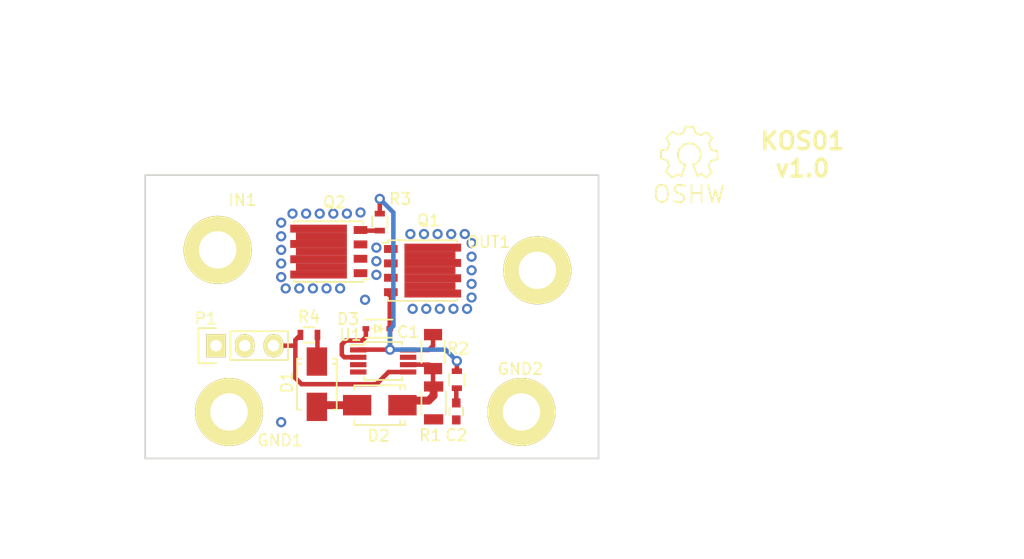
<source format=kicad_pcb>

(kicad_pcb
  (version 4)
  (host pcbnew 4.0.4-stable)
  (general
    (links 78)
    (no_connects 1)
    (area 113.716667 73.225 203.633335 122.925)
    (thickness 1.6)
    (drawings 9)
    (tracks 59)
    (zones 0)
    (modules 54)
    (nets 12))
  (page A4)
  (title_block
    (title "20A Ideal Diode LTC4359 5V-60V")
    (date 2017-02-25)
    (rev 1.0))
  (layers
    (0 F.Cu signal)
    (31 B.Cu signal hide)
    (33 F.Adhes user)
    (35 F.Paste user)
    (37 F.SilkS user)
    (38 B.Mask user)
    (39 F.Mask user)
    (40 Dwgs.User user)
    (41 Cmts.User user)
    (44 Edge.Cuts user)
    (45 Margin user)
    (47 F.CrtYd user)
    (49 F.Fab user))
  (setup
    (last_trace_width 0.4)
    (user_trace_width 0.4)
    (user_trace_width 0.7)
    (user_trace_width 1)
    (user_trace_width 1.5)
    (user_trace_width 2)
    (user_trace_width 4)
    (user_trace_width 10)
    (trace_clearance 0.2)
    (zone_clearance 0.7)
    (zone_45_only yes)
    (trace_min 0.4)
    (segment_width 0.2)
    (edge_width 0.15)
    (via_size 0.9)
    (via_drill 0.5)
    (via_min_size 0.9)
    (via_min_drill 0.5)
    (user_via 0.9 0.5)
    (uvia_size 0.3)
    (uvia_drill 0.1)
    (uvias_allowed no)
    (uvia_min_size 0.2)
    (uvia_min_drill 0.1)
    (pcb_text_width 0.3)
    (pcb_text_size 1.5 1.5)
    (mod_edge_width 0.15)
    (mod_text_size 1 1)
    (mod_text_width 0.15)
    (pad_size 0.59 0.45)
    (pad_drill 0)
    (pad_to_mask_clearance 0.1)
    (solder_mask_min_width 0.1)
    (aux_axis_origin 126 113.8)
    (grid_origin 126 113.8)
    (visible_elements 7FFFFFFF)
    (pcbplotparams
      (layerselection 0x010e8_80000001)
      (usegerberextensions true)
      (excludeedgelayer false)
      (linewidth 0.1)
      (plotframeref false)
      (viasonmask false)
      (mode 1)
      (useauxorigin true)
      (hpglpennumber 1)
      (hpglpenspeed 20)
      (hpglpendiameter 15)
      (hpglpenoverlay 2)
      (psnegative false)
      (psa4output false)
      (plotreference true)
      (plotvalue false)
      (plotinvisibletext false)
      (padsonsilk false)
      (subtractmaskfromsilk false)
      (outputformat 1)
      (mirror false)
      (drillshape 0)
      (scaleselection 1)
      (outputdirectory gerbers/)))
  (net 0 "")
  (net 1 /GATE)
  (net 2 /OUT)
  (net 3 "Net-(D1-Pad2)")
  (net 4 GND)
  (net 5 /VSS)
  (net 6 /IN)
  (net 7 "Net-(C2-Pad1)")
  (net 8 /SOURCE)
  (net 9 "Net-(Q2-Pad4)")
  (net 10 /~SHDN)
  (net 11 "Net-(P1-Pad1)")
  (net_class Default "This is the default net class."
    (clearance 0.2)
    (trace_width 0.4)
    (via_dia 0.9)
    (via_drill 0.5)
    (uvia_dia 0.3)
    (uvia_drill 0.1)
    (add_net /GATE)
    (add_net /IN)
    (add_net /OUT)
    (add_net /SOURCE)
    (add_net /VSS)
    (add_net /~SHDN)
    (add_net GND)
    (add_net "Net-(C2-Pad1)")
    (add_net "Net-(D1-Pad2)")
    (add_net "Net-(P1-Pad1)")
    (add_net "Net-(Q2-Pad4)"))
  (module _kb_footprint:via_0-9_0-5mm
    (layer F.Cu)
    (tedit 58B760F7)
    (tstamp 58B76B17)
    (at 145.4 99.8)
    (fp_text reference ""
      (at 0 0.5)
      (layer F.SilkS) hide
      (effects
        (font
          (size 1 1)
          (thickness 0.15))))
    (fp_text value ""
      (at 0 -0.5)
      (layer F.Fab) hide
      (effects
        (font
          (size 1 1)
          (thickness 0.15))))
    (pad 1 thru_hole circle
      (at 0 0)
      (size 0.9 0.9)
      (drill 0.5)
      (layers *.Cu)))
  (module _kb_footprint:via_0-9_0-5mm
    (layer F.Cu)
    (tedit 58B760F7)
    (tstamp 58B76B13)
    (at 146.4 97.6)
    (fp_text reference ""
      (at 0 0.5)
      (layer F.SilkS) hide
      (effects
        (font
          (size 1 1)
          (thickness 0.15))))
    (fp_text value ""
      (at 0 -0.5)
      (layer F.Fab) hide
      (effects
        (font
          (size 1 1)
          (thickness 0.15))))
    (pad 1 thru_hole circle
      (at 0 0)
      (size 0.9 0.9)
      (drill 0.5)
      (layers *.Cu)))
  (module _kb_footprint:via_0-9_0-5mm
    (layer F.Cu)
    (tedit 58B760F7)
    (tstamp 58B76B0F)
    (at 146.4 96.4)
    (fp_text reference ""
      (at 0 0.5)
      (layer F.SilkS) hide
      (effects
        (font
          (size 1 1)
          (thickness 0.15))))
    (fp_text value ""
      (at 0 -0.5)
      (layer F.Fab) hide
      (effects
        (font
          (size 1 1)
          (thickness 0.15))))
    (pad 1 thru_hole circle
      (at 0 0)
      (size 0.9 0.9)
      (drill 0.5)
      (layers *.Cu)))
  (module _kb_footprint:via_0-9_0-5mm
    (layer F.Cu)
    (tedit 58B760F7)
    (tstamp 58B7695E)
    (at 138.4 98.8)
    (fp_text reference ""
      (at 0 0.5)
      (layer F.SilkS) hide
      (effects
        (font
          (size 1 1)
          (thickness 0.15))))
    (fp_text value ""
      (at 0 -0.5)
      (layer F.Fab) hide
      (effects
        (font
          (size 1 1)
          (thickness 0.15))))
    (pad 1 thru_hole circle
      (at 0 0)
      (size 0.9 0.9)
      (drill 0.5)
      (layers *.Cu)))
  (module _kb_footprint:via_0-9_0-5mm
    (layer F.Cu)
    (tedit 58B760F7)
    (tstamp 58B7695A)
    (at 139.6 98.8)
    (fp_text reference ""
      (at 0 0.5)
      (layer F.SilkS) hide
      (effects
        (font
          (size 1 1)
          (thickness 0.15))))
    (fp_text value ""
      (at 0 -0.5)
      (layer F.Fab) hide
      (effects
        (font
          (size 1 1)
          (thickness 0.15))))
    (pad 1 thru_hole circle
      (at 0 0)
      (size 0.9 0.9)
      (drill 0.5)
      (layers *.Cu)))
  (module _kb_footprint:via_0-9_0-5mm
    (layer F.Cu)
    (tedit 58B760F7)
    (tstamp 58B76956)
    (at 140.8 98.8)
    (fp_text reference ""
      (at 0 0.5)
      (layer F.SilkS) hide
      (effects
        (font
          (size 1 1)
          (thickness 0.15))))
    (fp_text value ""
      (at 0 -0.5)
      (layer F.Fab) hide
      (effects
        (font
          (size 1 1)
          (thickness 0.15))))
    (pad 1 thru_hole circle
      (at 0 0)
      (size 0.9 0.9)
      (drill 0.5)
      (layers *.Cu)))
  (module _kb_footprint:via_0-9_0-5mm
    (layer F.Cu)
    (tedit 58B760F7)
    (tstamp 58B76952)
    (at 142 98.8)
    (fp_text reference ""
      (at 0 0.5)
      (layer F.SilkS) hide
      (effects
        (font
          (size 1 1)
          (thickness 0.15))))
    (fp_text value ""
      (at 0 -0.5)
      (layer F.Fab) hide
      (effects
        (font
          (size 1 1)
          (thickness 0.15))))
    (pad 1 thru_hole circle
      (at 0 0)
      (size 0.9 0.9)
      (drill 0.5)
      (layers *.Cu)))
  (module _kb_footprint:via_0-9_0-5mm
    (layer F.Cu)
    (tedit 58B760F7)
    (tstamp 58B7694E)
    (at 143.2 98.8)
    (fp_text reference ""
      (at 0 0.5)
      (layer F.SilkS) hide
      (effects
        (font
          (size 1 1)
          (thickness 0.15))))
    (fp_text value ""
      (at 0 -0.5)
      (layer F.Fab) hide
      (effects
        (font
          (size 1 1)
          (thickness 0.15))))
    (pad 1 thru_hole circle
      (at 0 0)
      (size 0.9 0.9)
      (drill 0.5)
      (layers *.Cu)))
  (module _kb_footprint:via_0-9_0-5mm
    (layer F.Cu)
    (tedit 58B760F7)
    (tstamp 58B7694A)
    (at 138 97.8)
    (fp_text reference ""
      (at 0 0.5)
      (layer F.SilkS) hide
      (effects
        (font
          (size 1 1)
          (thickness 0.15))))
    (fp_text value ""
      (at 0 -0.5)
      (layer F.Fab) hide
      (effects
        (font
          (size 1 1)
          (thickness 0.15))))
    (pad 1 thru_hole circle
      (at 0 0)
      (size 0.9 0.9)
      (drill 0.5)
      (layers *.Cu)))
  (module _kb_footprint:via_0-9_0-5mm
    (layer F.Cu)
    (tedit 58B760F7)
    (tstamp 58B76946)
    (at 138 96.6)
    (fp_text reference ""
      (at 0 0.5)
      (layer F.SilkS) hide
      (effects
        (font
          (size 1 1)
          (thickness 0.15))))
    (fp_text value ""
      (at 0 -0.5)
      (layer F.Fab) hide
      (effects
        (font
          (size 1 1)
          (thickness 0.15))))
    (pad 1 thru_hole circle
      (at 0 0)
      (size 0.9 0.9)
      (drill 0.5)
      (layers *.Cu)))
  (module _kb_footprint:via_0-9_0-5mm
    (layer F.Cu)
    (tedit 58B760F7)
    (tstamp 58B76942)
    (at 138 95.4)
    (fp_text reference ""
      (at 0 0.5)
      (layer F.SilkS) hide
      (effects
        (font
          (size 1 1)
          (thickness 0.15))))
    (fp_text value ""
      (at 0 -0.5)
      (layer F.Fab) hide
      (effects
        (font
          (size 1 1)
          (thickness 0.15))))
    (pad 1 thru_hole circle
      (at 0 0)
      (size 0.9 0.9)
      (drill 0.5)
      (layers *.Cu)))
  (module _kb_footprint:via_0-9_0-5mm
    (layer F.Cu)
    (tedit 58B760F7)
    (tstamp 58B7693E)
    (at 138 94.2)
    (fp_text reference ""
      (at 0 0.5)
      (layer F.SilkS) hide
      (effects
        (font
          (size 1 1)
          (thickness 0.15))))
    (fp_text value ""
      (at 0 -0.5)
      (layer F.Fab) hide
      (effects
        (font
          (size 1 1)
          (thickness 0.15))))
    (pad 1 thru_hole circle
      (at 0 0)
      (size 0.9 0.9)
      (drill 0.5)
      (layers *.Cu)))
  (module _kb_footprint:via_0-9_0-5mm
    (layer F.Cu)
    (tedit 58B760F7)
    (tstamp 58B7692F)
    (at 138 93)
    (fp_text reference ""
      (at 0 0.5)
      (layer F.SilkS) hide
      (effects
        (font
          (size 1 1)
          (thickness 0.15))))
    (fp_text value ""
      (at 0 -0.5)
      (layer F.Fab) hide
      (effects
        (font
          (size 1 1)
          (thickness 0.15))))
    (pad 1 thru_hole circle
      (at 0 0)
      (size 0.9 0.9)
      (drill 0.5)
      (layers *.Cu)))
  (module _kb_footprint:via_0-9_0-5mm
    (layer F.Cu)
    (tedit 58B760F7)
    (tstamp 58B7692B)
    (at 139 92.2)
    (fp_text reference ""
      (at 0 0.5)
      (layer F.SilkS) hide
      (effects
        (font
          (size 1 1)
          (thickness 0.15))))
    (fp_text value ""
      (at 0 -0.5)
      (layer F.Fab) hide
      (effects
        (font
          (size 1 1)
          (thickness 0.15))))
    (pad 1 thru_hole circle
      (at 0 0)
      (size 0.9 0.9)
      (drill 0.5)
      (layers *.Cu)))
  (module _kb_footprint:via_0-9_0-5mm
    (layer F.Cu)
    (tedit 58B760F7)
    (tstamp 58B76927)
    (at 140.2 92.2)
    (fp_text reference ""
      (at 0 0.5)
      (layer F.SilkS) hide
      (effects
        (font
          (size 1 1)
          (thickness 0.15))))
    (fp_text value ""
      (at 0 -0.5)
      (layer F.Fab) hide
      (effects
        (font
          (size 1 1)
          (thickness 0.15))))
    (pad 1 thru_hole circle
      (at 0 0)
      (size 0.9 0.9)
      (drill 0.5)
      (layers *.Cu)))
  (module _kb_footprint:via_0-9_0-5mm
    (layer F.Cu)
    (tedit 58B760F7)
    (tstamp 58B76923)
    (at 141.4 92.2)
    (fp_text reference ""
      (at 0 0.5)
      (layer F.SilkS) hide
      (effects
        (font
          (size 1 1)
          (thickness 0.15))))
    (fp_text value ""
      (at 0 -0.5)
      (layer F.Fab) hide
      (effects
        (font
          (size 1 1)
          (thickness 0.15))))
    (pad 1 thru_hole circle
      (at 0 0)
      (size 0.9 0.9)
      (drill 0.5)
      (layers *.Cu)))
  (module _kb_footprint:via_0-9_0-5mm
    (layer F.Cu)
    (tedit 58B760F7)
    (tstamp 58B7691F)
    (at 142.6 92.2)
    (fp_text reference ""
      (at 0 0.5)
      (layer F.SilkS) hide
      (effects
        (font
          (size 1 1)
          (thickness 0.15))))
    (fp_text value ""
      (at 0 -0.5)
      (layer F.Fab) hide
      (effects
        (font
          (size 1 1)
          (thickness 0.15))))
    (pad 1 thru_hole circle
      (at 0 0)
      (size 0.9 0.9)
      (drill 0.5)
      (layers *.Cu)))
  (module _kb_footprint:via_0-9_0-5mm
    (layer F.Cu)
    (tedit 58B760F7)
    (tstamp 58B76919)
    (at 143.8 92.2)
    (fp_text reference ""
      (at 0 0.5)
      (layer F.SilkS) hide
      (effects
        (font
          (size 1 1)
          (thickness 0.15))))
    (fp_text value ""
      (at 0 -0.5)
      (layer F.Fab) hide
      (effects
        (font
          (size 1 1)
          (thickness 0.15))))
    (pad 1 thru_hole circle
      (at 0 0)
      (size 0.9 0.9)
      (drill 0.5)
      (layers *.Cu)))
  (module _kb_footprint:via_0-9_0-5mm
    (layer F.Cu)
    (tedit 58B760F7)
    (tstamp 58B76905)
    (at 149.6 100.6)
    (fp_text reference ""
      (at 0 0.5)
      (layer F.SilkS) hide
      (effects
        (font
          (size 1 1)
          (thickness 0.15))))
    (fp_text value ""
      (at 0 -0.5)
      (layer F.Fab) hide
      (effects
        (font
          (size 1 1)
          (thickness 0.15))))
    (pad 1 thru_hole circle
      (at 0 0)
      (size 0.9 0.9)
      (drill 0.5)
      (layers *.Cu)))
  (module _kb_footprint:via_0-9_0-5mm
    (layer F.Cu)
    (tedit 58B760F7)
    (tstamp 58B768FD)
    (at 150.8 100.6)
    (fp_text reference ""
      (at 0 0.5)
      (layer F.SilkS) hide
      (effects
        (font
          (size 1 1)
          (thickness 0.15))))
    (fp_text value ""
      (at 0 -0.5)
      (layer F.Fab) hide
      (effects
        (font
          (size 1 1)
          (thickness 0.15))))
    (pad 1 thru_hole circle
      (at 0 0)
      (size 0.9 0.9)
      (drill 0.5)
      (layers *.Cu)))
  (module _kb_footprint:via_0-9_0-5mm
    (layer F.Cu)
    (tedit 58B760F7)
    (tstamp 58B768F7)
    (at 154.2 94)
    (fp_text reference ""
      (at 0 0.5)
      (layer F.SilkS) hide
      (effects
        (font
          (size 1 1)
          (thickness 0.15))))
    (fp_text value ""
      (at 0 -0.5)
      (layer F.Fab) hide
      (effects
        (font
          (size 1 1)
          (thickness 0.15))))
    (pad 1 thru_hole circle
      (at 0 0)
      (size 0.9 0.9)
      (drill 0.5)
      (layers *.Cu)))
  (module _kb_footprint:via_0-9_0-5mm
    (layer F.Cu)
    (tedit 58B760F7)
    (tstamp 58B76396)
    (at 154.4 100.6)
    (fp_text reference ""
      (at 0 0.5)
      (layer F.SilkS) hide
      (effects
        (font
          (size 1 1)
          (thickness 0.15))))
    (fp_text value ""
      (at 0 -0.5)
      (layer F.Fab) hide
      (effects
        (font
          (size 1 1)
          (thickness 0.15))))
    (pad 1 thru_hole circle
      (at 0 0)
      (size 0.9 0.9)
      (drill 0.5)
      (layers *.Cu)))
  (module _kb_footprint:via_0-9_0-5mm
    (layer F.Cu)
    (tedit 58B760F7)
    (tstamp 58B76304)
    (at 146.4 95.2)
    (fp_text reference ""
      (at 0 0.5)
      (layer F.SilkS) hide
      (effects
        (font
          (size 1 1)
          (thickness 0.15))))
    (fp_text value ""
      (at 0 -0.5)
      (layer F.Fab) hide
      (effects
        (font
          (size 1 1)
          (thickness 0.15))))
    (pad 1 thru_hole circle
      (at 0 0)
      (size 0.9 0.9)
      (drill 0.5)
      (layers *.Cu)))
  (module _kb_footprint:via_0-9_0-5mm
    (layer F.Cu)
    (tedit 58B760F7)
    (tstamp 58B761DB)
    (at 145 92.1)
    (fp_text reference ""
      (at 0 0.5)
      (layer F.SilkS) hide
      (effects
        (font
          (size 1 1)
          (thickness 0.15))))
    (fp_text value ""
      (at 0 -0.5)
      (layer F.Fab) hide
      (effects
        (font
          (size 1 1)
          (thickness 0.15))))
    (pad 1 thru_hole circle
      (at 0 0)
      (size 0.9 0.9)
      (drill 0.5)
      (layers *.Cu)))
  (module _kb_footprint:via_0-9_0-5mm
    (layer F.Cu)
    (tedit 58B760F7)
    (tstamp 58B761D7)
    (at 138 110.6)
    (fp_text reference ""
      (at 0 0.5)
      (layer F.SilkS) hide
      (effects
        (font
          (size 1 1)
          (thickness 0.15))))
    (fp_text value ""
      (at 0 -0.5)
      (layer F.Fab) hide
      (effects
        (font
          (size 1 1)
          (thickness 0.15))))
    (pad 1 thru_hole circle
      (at 0 0)
      (size 0.9 0.9)
      (drill 0.5)
      (layers *.Cu)))
  (module _kb_footprint:via_0-9_0-5mm
    (layer F.Cu)
    (tedit 58B760F7)
    (tstamp 58B761D3)
    (at 152 100.6)
    (fp_text reference ""
      (at 0 0.5)
      (layer F.SilkS) hide
      (effects
        (font
          (size 1 1)
          (thickness 0.15))))
    (fp_text value ""
      (at 0 -0.5)
      (layer F.Fab) hide
      (effects
        (font
          (size 1 1)
          (thickness 0.15))))
    (pad 1 thru_hole circle
      (at 0 0)
      (size 0.9 0.9)
      (drill 0.5)
      (layers *.Cu)))
  (module _kb_footprint:via_0-9_0-5mm
    (layer F.Cu)
    (tedit 58B760F7)
    (tstamp 58B761CF)
    (at 153.2 100.6)
    (fp_text reference ""
      (at 0 0.5)
      (layer F.SilkS) hide
      (effects
        (font
          (size 1 1)
          (thickness 0.15))))
    (fp_text value ""
      (at 0 -0.5)
      (layer F.Fab) hide
      (effects
        (font
          (size 1 1)
          (thickness 0.15))))
    (pad 1 thru_hole circle
      (at 0 0)
      (size 0.9 0.9)
      (drill 0.5)
      (layers *.Cu)))
  (module _kb_footprint:via_0-9_0-5mm
    (layer F.Cu)
    (tedit 58B760F7)
    (tstamp 58B761CB)
    (at 154.8 99.6)
    (fp_text reference ""
      (at 0 0.5)
      (layer F.SilkS) hide
      (effects
        (font
          (size 1 1)
          (thickness 0.15))))
    (fp_text value ""
      (at 0 -0.5)
      (layer F.Fab) hide
      (effects
        (font
          (size 1 1)
          (thickness 0.15))))
    (pad 1 thru_hole circle
      (at 0 0)
      (size 0.9 0.9)
      (drill 0.5)
      (layers *.Cu)))
  (module _kb_footprint:via_0-9_0-5mm
    (layer F.Cu)
    (tedit 58B760F7)
    (tstamp 58B761C7)
    (at 154.8 98.4)
    (fp_text reference ""
      (at 0 0.5)
      (layer F.SilkS) hide
      (effects
        (font
          (size 1 1)
          (thickness 0.15))))
    (fp_text value ""
      (at 0 -0.5)
      (layer F.Fab) hide
      (effects
        (font
          (size 1 1)
          (thickness 0.15))))
    (pad 1 thru_hole circle
      (at 0 0)
      (size 0.9 0.9)
      (drill 0.5)
      (layers *.Cu)))
  (module _kb_footprint:via_0-9_0-5mm
    (layer F.Cu)
    (tedit 58B760F7)
    (tstamp 58B761C3)
    (at 154.8 97.2)
    (fp_text reference ""
      (at 0 0.5)
      (layer F.SilkS) hide
      (effects
        (font
          (size 1 1)
          (thickness 0.15))))
    (fp_text value ""
      (at 0 -0.5)
      (layer F.Fab) hide
      (effects
        (font
          (size 1 1)
          (thickness 0.15))))
    (pad 1 thru_hole circle
      (at 0 0)
      (size 0.9 0.9)
      (drill 0.5)
      (layers *.Cu)))
  (module _kb_footprint:via_0-9_0-5mm
    (layer F.Cu)
    (tedit 58B760F7)
    (tstamp 58B761BF)
    (at 154.8 96)
    (fp_text reference ""
      (at 0 0.5)
      (layer F.SilkS) hide
      (effects
        (font
          (size 1 1)
          (thickness 0.15))))
    (fp_text value ""
      (at 0 -0.5)
      (layer F.Fab) hide
      (effects
        (font
          (size 1 1)
          (thickness 0.15))))
    (pad 1 thru_hole circle
      (at 0 0)
      (size 0.9 0.9)
      (drill 0.5)
      (layers *.Cu)))
  (module _kb_footprint:via_0-9_0-5mm
    (layer F.Cu)
    (tedit 58B760F7)
    (tstamp 58B761BB)
    (at 154.8 94.8)
    (fp_text reference ""
      (at 0 0.5)
      (layer F.SilkS) hide
      (effects
        (font
          (size 1 1)
          (thickness 0.15))))
    (fp_text value ""
      (at 0 -0.5)
      (layer F.Fab) hide
      (effects
        (font
          (size 1 1)
          (thickness 0.15))))
    (pad 1 thru_hole circle
      (at 0 0)
      (size 0.9 0.9)
      (drill 0.5)
      (layers *.Cu)))
  (module _kb_footprint:via_0-9_0-5mm
    (layer F.Cu)
    (tedit 58B760F7)
    (tstamp 58B761B3)
    (at 153 94)
    (fp_text reference ""
      (at 0 0.5)
      (layer F.SilkS) hide
      (effects
        (font
          (size 1 1)
          (thickness 0.15))))
    (fp_text value ""
      (at 0 -0.5)
      (layer F.Fab) hide
      (effects
        (font
          (size 1 1)
          (thickness 0.15))))
    (pad 1 thru_hole circle
      (at 0 0)
      (size 0.9 0.9)
      (drill 0.5)
      (layers *.Cu)))
  (module _kb_footprint:via_0-9_0-5mm
    (layer F.Cu)
    (tedit 58B760F7)
    (tstamp 58B761AF)
    (at 151.8 94)
    (fp_text reference ""
      (at 0 0.5)
      (layer F.SilkS) hide
      (effects
        (font
          (size 1 1)
          (thickness 0.15))))
    (fp_text value ""
      (at 0 -0.5)
      (layer F.Fab) hide
      (effects
        (font
          (size 1 1)
          (thickness 0.15))))
    (pad 1 thru_hole circle
      (at 0 0)
      (size 0.9 0.9)
      (drill 0.5)
      (layers *.Cu)))
  (module _kb_footprint:via_0-9_0-5mm
    (layer F.Cu)
    (tedit 58B760F7)
    (tstamp 58B761AB)
    (at 150.6 94)
    (fp_text reference ""
      (at 0 0.5)
      (layer F.SilkS) hide
      (effects
        (font
          (size 1 1)
          (thickness 0.15))))
    (fp_text value ""
      (at 0 -0.5)
      (layer F.Fab) hide
      (effects
        (font
          (size 1 1)
          (thickness 0.15))))
    (pad 1 thru_hole circle
      (at 0 0)
      (size 0.9 0.9)
      (drill 0.5)
      (layers *.Cu)))
  (module Diodes_SMD:SOD-323
    (layer F.Cu)
    (tedit 58B76ED1)
    (tstamp 569D6786)
    (at 146.525 102.35 180)
    (descr SOD-323)
    (tags SOD-323)
    (path /569D67BD)
    (attr smd)
    (fp_text reference D3
      (at 2.625 0.85 180)
      (layer F.SilkS)
      (effects
        (font
          (size 1 1)
          (thickness 0.15))))
    (fp_text value MM3Z16VT1
      (at 23.3 6.4 180)
      (layer F.Fab)
      (effects
        (font
          (size 1 1)
          (thickness 0.15))))
    (fp_line
      (start 0.25 0)
      (end 0.5 0)
      (layer F.SilkS)
      (width 0.15))
    (fp_line
      (start -0.25 0)
      (end -0.5 0)
      (layer F.SilkS)
      (width 0.15))
    (fp_line
      (start -0.25 0)
      (end 0.25 -0.35)
      (layer F.SilkS)
      (width 0.15))
    (fp_line
      (start 0.25 -0.35)
      (end 0.25 0.35)
      (layer F.SilkS)
      (width 0.15))
    (fp_line
      (start 0.25 0.35)
      (end -0.25 0)
      (layer F.SilkS)
      (width 0.15))
    (fp_line
      (start -0.25 -0.35)
      (end -0.25 0.35)
      (layer F.SilkS)
      (width 0.15))
    (fp_line
      (start -1.5 -0.95)
      (end 1.5 -0.95)
      (layer F.CrtYd)
      (width 0.05))
    (fp_line
      (start 1.5 -0.95)
      (end 1.5 0.95)
      (layer F.CrtYd)
      (width 0.05))
    (fp_line
      (start -1.5 0.95)
      (end 1.5 0.95)
      (layer F.CrtYd)
      (width 0.05))
    (fp_line
      (start -1.5 -0.95)
      (end -1.5 0.95)
      (layer F.CrtYd)
      (width 0.05))
    (fp_line
      (start -1.3 0.8)
      (end 1.1 0.8)
      (layer F.SilkS)
      (width 0.15))
    (fp_line
      (start -1.3 -0.8)
      (end 1.1 -0.8)
      (layer F.SilkS)
      (width 0.15))
    (pad 1 smd rect
      (at -1.055 0 180)
      (size 0.59 0.45)
      (layers F.Cu F.Paste F.Mask)
      (net 1 /GATE))
    (pad 2 smd rect
      (at 1.055 0 180)
      (size 0.59 0.45)
      (layers F.Cu F.Paste F.Mask)
      (net 8 /SOURCE)
      (zone_connect 1))
    (model _kb.3dshapes/sod323.wrl
      (at
        (xyz 0 0 0))
      (scale
        (xyz 1 1 1))
      (rotate
        (xyz 0 0 180))))
  (module _kb_footprint:via_0-9_0-5mm
    (layer F.Cu)
    (tedit 58B760F7)
    (tstamp 56A29E8E)
    (at 149.4 94)
    (fp_text reference ""
      (at 0 0.5)
      (layer F.SilkS) hide
      (effects
        (font
          (size 1 1)
          (thickness 0.15))))
    (fp_text value ""
      (at 0 -0.5)
      (layer F.Fab) hide
      (effects
        (font
          (size 1 1)
          (thickness 0.15))))
    (pad 1 thru_hole circle
      (at 0 0)
      (size 0.9 0.9)
      (drill 0.5)
      (layers *.Cu)))
  (module Diodes_SMD:SMA_Standard
    (layer F.Cu)
    (tedit 569ED5F4)
    (tstamp 569BEDEC)
    (at 141.15 107.25 270)
    (descr "Diode SMA")
    (tags "Diode SMA")
    (path /569A7C85)
    (attr smd)
    (fp_text reference D1
      (at -0.175 2.65 270)
      (layer F.SilkS)
      (effects
        (font
          (size 1 1)
          (thickness 0.15))))
    (fp_text value SMAJ60A
      (at 3.8 18.7 270)
      (layer F.Fab)
      (effects
        (font
          (size 1 1)
          (thickness 0.15))))
    (fp_line
      (start -3.5 -2)
      (end 3.5 -2)
      (layer F.CrtYd)
      (width 0.05))
    (fp_line
      (start 3.5 -2)
      (end 3.5 2)
      (layer F.CrtYd)
      (width 0.05))
    (fp_line
      (start 3.5 2)
      (end -3.5 2)
      (layer F.CrtYd)
      (width 0.05))
    (fp_line
      (start -3.5 2)
      (end -3.5 -2)
      (layer F.CrtYd)
      (width 0.05))
    (fp_line
      (start -1.79914 1.75006)
      (end -1.79914 1.39954)
      (layer F.SilkS)
      (width 0.15))
    (fp_line
      (start -1.79914 -1.75006)
      (end -1.79914 -1.39954)
      (layer F.SilkS)
      (width 0.15))
    (fp_line
      (start 2.25044 1.75006)
      (end 2.25044 1.39954)
      (layer F.SilkS)
      (width 0.15))
    (fp_line
      (start -2.25044 1.75006)
      (end -2.25044 1.39954)
      (layer F.SilkS)
      (width 0.15))
    (fp_line
      (start -2.25044 -1.75006)
      (end -2.25044 -1.39954)
      (layer F.SilkS)
      (width 0.15))
    (fp_line
      (start 2.25044 -1.75006)
      (end 2.25044 -1.39954)
      (layer F.SilkS)
      (width 0.15))
    (fp_line
      (start -2.25044 1.75006)
      (end 2.25044 1.75006)
      (layer F.SilkS)
      (width 0.15))
    (fp_line
      (start -2.25044 -1.75006)
      (end 2.25044 -1.75006)
      (layer F.SilkS)
      (width 0.15))
    (fp_circle
      (center 0 0)
      (end 0.20066 -0.0508)
      (layer F.Adhes)
      (width 0.381))
    (pad 1 smd rect
      (at -1.99898 0 270)
      (size 2.49936 1.80086)
      (layers F.Cu F.Paste F.Mask)
      (net 6 /IN))
    (pad 2 smd rect
      (at 1.99898 0 270)
      (size 2.49936 1.80086)
      (layers F.Cu F.Paste F.Mask)
      (net 3 "Net-(D1-Pad2)"))
    (model Diodes_SMD.3dshapes/SMA_Standard.wrl
      (at
        (xyz 0 0 0))
      (scale
        (xyz 0.3937 0.3937 0.3937))
      (rotate
        (xyz 0 0 180))))
  (module Housings_SSOP:MSOP-8_3x3mm_Pitch0.65mm
    (layer F.Cu)
    (tedit 56A2A439)
    (tstamp 569A6B30)
    (at 147 105.2)
    (descr "8-Lead Plastic Micro Small Outline Package (MS) [MSOP] (see Microchip Packaging Specification 00000049BS.pdf)")
    (tags "SSOP 0.65")
    (path /569A69C3)
    (attr smd)
    (fp_text reference U1
      (at -2.9 -2.3)
      (layer F.SilkS)
      (effects
        (font
          (size 1 1)
          (thickness 0.15))))
    (fp_text value LTC4359
      (at -28 9.5)
      (layer F.Fab)
      (effects
        (font
          (size 1 1)
          (thickness 0.15))))
    (fp_line
      (start -3.2 -1.85)
      (end -3.2 1.85)
      (layer F.CrtYd)
      (width 0.05))
    (fp_line
      (start 3.2 -1.85)
      (end 3.2 1.85)
      (layer F.CrtYd)
      (width 0.05))
    (fp_line
      (start -3.2 -1.85)
      (end 3.2 -1.85)
      (layer F.CrtYd)
      (width 0.05))
    (fp_line
      (start -3.2 1.85)
      (end 3.2 1.85)
      (layer F.CrtYd)
      (width 0.05))
    (fp_line
      (start -1.675 -1.675)
      (end -1.675 -1.425)
      (layer F.SilkS)
      (width 0.15))
    (fp_line
      (start 1.675 -1.675)
      (end 1.675 -1.425)
      (layer F.SilkS)
      (width 0.15))
    (fp_line
      (start 1.675 1.675)
      (end 1.675 1.425)
      (layer F.SilkS)
      (width 0.15))
    (fp_line
      (start -1.675 1.675)
      (end -1.675 1.425)
      (layer F.SilkS)
      (width 0.15))
    (fp_line
      (start -1.675 -1.675)
      (end 1.675 -1.675)
      (layer F.SilkS)
      (width 0.15))
    (fp_line
      (start -1.675 1.675)
      (end 1.675 1.675)
      (layer F.SilkS)
      (width 0.15))
    (fp_line
      (start -1.675 -1.425)
      (end -2.925 -1.425)
      (layer F.SilkS)
      (width 0.15))
    (pad 1 smd rect
      (at -2.2 -0.975)
      (size 1.45 0.45)
      (layers F.Cu F.Paste F.Mask)
      (net 1 /GATE))
    (pad 2 smd rect
      (at -2.2 -0.325)
      (size 1.45 0.45)
      (layers F.Cu F.Paste F.Mask)
      (net 8 /SOURCE))
    (pad 3 smd rect
      (at -2.2 0.325)
      (size 1.45 0.45)
      (layers F.Cu F.Paste F.Mask))
    (pad 4 smd rect
      (at -2.2 0.975)
      (size 1.45 0.45)
      (layers F.Cu F.Paste F.Mask))
    (pad 5 smd rect
      (at 2.2 0.975)
      (size 1.45 0.45)
      (layers F.Cu F.Paste F.Mask)
      (net 10 /~SHDN))
    (pad 6 smd rect
      (at 2.2 0.325)
      (size 1.45 0.45)
      (layers F.Cu F.Paste F.Mask)
      (net 5 /VSS))
    (pad 7 smd rect
      (at 2.2 -0.325)
      (size 1.45 0.45)
      (layers F.Cu F.Paste F.Mask))
    (pad 8 smd rect
      (at 2.2 -0.975)
      (size 1.45 0.45)
      (layers F.Cu F.Paste F.Mask)
      (net 2 /OUT))
    (model Housings_SSOP.3dshapes/MSOP-8_3x3mm_Pitch0.65mm.wrl
      (at
        (xyz 0 0 0))
      (scale
        (xyz 1 1 1))
      (rotate
        (xyz 0 0 0))))
  (module _kb_footprint:TDSON-8-1
    (layer F.Cu)
    (tedit 56A24A8C)
    (tstamp 569BD73F)
    (at 150.475 97.225)
    (tags SuperSO8,PG-TDSON-8-1,Infineon)
    (path /569A7478)
    (fp_text reference Q1
      (at 0.525 -4.425)
      (layer F.SilkS)
      (effects
        (font
          (size 1 1)
          (thickness 0.15))))
    (fp_text value BSC028N06NS
      (at -2.2 -10.7)
      (layer F.Fab)
      (effects
        (font
          (size 1 1)
          (thickness 0.15))))
    (fp_line
      (start -3.05 -2.65)
      (end -3.05 -2.45)
      (layer F.SilkS)
      (width 0.15))
    (fp_line
      (start -3.05 -2.45)
      (end -3.05 -2.55)
      (layer F.SilkS)
      (width 0.15))
    (fp_line
      (start -3.05 2.65)
      (end -3.05 2.4)
      (layer F.SilkS)
      (width 0.15))
    (fp_line
      (start 3.05 2.65)
      (end 3.05 2.5)
      (layer F.SilkS)
      (width 0.15))
    (fp_line
      (start 3.05 -2.65)
      (end 3.05 -2.5)
      (layer F.SilkS)
      (width 0.15))
    (fp_line
      (start -3.05 -2.45)
      (end -3.55 -2.45)
      (layer F.SilkS)
      (width 0.15))
    (fp_line
      (start -3.05 2.675)
      (end 3.05 2.675)
      (layer F.Fab)
      (width 0.15))
    (fp_line
      (start 3.05 -2.675)
      (end -3.05 -2.675)
      (layer F.Fab)
      (width 0.15))
    (fp_line
      (start -3.65 2.925)
      (end -3.65 -2.925)
      (layer F.CrtYd)
      (width 0.05))
    (fp_line
      (start -3.65 -2.925)
      (end 3.65 -2.925)
      (layer F.CrtYd)
      (width 0.05))
    (fp_line
      (start 3.65 -2.925)
      (end 3.65 2.925)
      (layer F.CrtYd)
      (width 0.05))
    (fp_line
      (start 3.65 2.925)
      (end -3.65 2.925)
      (layer F.CrtYd)
      (width 0.05))
    (fp_line
      (start -3.048 -1.778)
      (end -2.159 -2.667)
      (layer F.Fab)
      (width 0.15))
    (fp_line
      (start -3.05 2.675)
      (end 3.05 2.675)
      (layer F.SilkS)
      (width 0.15))
    (fp_line
      (start -3.05 -2.675)
      (end -3.05 2.675)
      (layer F.Fab)
      (width 0.15))
    (fp_line
      (start 3.05 -2.675)
      (end -3.05 -2.675)
      (layer F.SilkS)
      (width 0.15))
    (fp_line
      (start 3.05 2.675)
      (end 3.05 -2.675)
      (layer F.Fab)
      (width 0.15))
    (pad 7 smd rect
      (at 0.65 -1.35)
      (size 4.5 0.65)
      (layers F.Cu F.Paste F.Mask))
    (pad 6 smd rect
      (at 0.65 0)
      (size 4.5 0.65)
      (layers F.Cu F.Paste F.Mask))
    (pad 6 smd rect
      (at 0.9 0.675)
      (size 5 0.7)
      (layers F.Cu F.Paste F.Mask))
    (pad 7 smd rect
      (at 0.9 -0.675)
      (size 5 0.7)
      (layers F.Cu F.Paste F.Mask))
    (pad 8 smd rect
      (at 0.9 -2.025)
      (size 5 0.7)
      (layers F.Cu F.Paste F.Mask))
    (pad 5 smd rect
      (at 0.9 2.025)
      (size 5 0.7)
      (layers F.Cu F.Paste F.Mask))
    (pad 5 smd rect
      (at 0.65 1.35)
      (size 4.5 0.65)
      (layers F.Cu F.Paste F.Mask))
    (pad 1 smd rect
      (at -2.8 -1.905)
      (size 1.2 0.7)
      (layers F.Cu F.Paste F.Mask))
    (pad 2 smd rect
      (at -2.8 -0.635)
      (size 1.2 0.7)
      (layers F.Cu F.Paste F.Mask))
    (pad 3 smd rect
      (at -2.8 0.635)
      (size 1.2 0.7)
      (layers F.Cu F.Paste F.Mask))
    (pad 4 smd rect
      (at -2.8 1.905)
      (size 1.2 0.7)
      (layers F.Cu F.Paste F.Mask)
      (net 1 /GATE))
    (model _kb.3dshapes/TDSON-8-1.wrl
      (at
        (xyz 0 0 0))
      (scale
        (xyz 0.3937 0.3937 0.3937))
      (rotate
        (xyz 0 0 270))))
  (module Diodes_SMD:SMA_Standard
    (layer F.Cu)
    (tedit 569ED655)
    (tstamp 569BEE22)
    (at 146.7 109.1 180)
    (descr "Diode SMA")
    (tags "Diode SMA")
    (path /569A7D33)
    (attr smd)
    (fp_text reference D2
      (at 0.1 -2.7 180)
      (layer F.SilkS)
      (effects
        (font
          (size 1 1)
          (thickness 0.15))))
    (fp_text value SMAJ24A
      (at -22.4 5.4 180)
      (layer F.Fab)
      (effects
        (font
          (size 1 1)
          (thickness 0.15))))
    (fp_line
      (start -3.5 -2)
      (end 3.5 -2)
      (layer F.CrtYd)
      (width 0.05))
    (fp_line
      (start 3.5 -2)
      (end 3.5 2)
      (layer F.CrtYd)
      (width 0.05))
    (fp_line
      (start 3.5 2)
      (end -3.5 2)
      (layer F.CrtYd)
      (width 0.05))
    (fp_line
      (start -3.5 2)
      (end -3.5 -2)
      (layer F.CrtYd)
      (width 0.05))
    (fp_line
      (start -1.79914 1.75006)
      (end -1.79914 1.39954)
      (layer F.SilkS)
      (width 0.15))
    (fp_line
      (start -1.79914 -1.75006)
      (end -1.79914 -1.39954)
      (layer F.SilkS)
      (width 0.15))
    (fp_line
      (start 2.25044 1.75006)
      (end 2.25044 1.39954)
      (layer F.SilkS)
      (width 0.15))
    (fp_line
      (start -2.25044 1.75006)
      (end -2.25044 1.39954)
      (layer F.SilkS)
      (width 0.15))
    (fp_line
      (start -2.25044 -1.75006)
      (end -2.25044 -1.39954)
      (layer F.SilkS)
      (width 0.15))
    (fp_line
      (start 2.25044 -1.75006)
      (end 2.25044 -1.39954)
      (layer F.SilkS)
      (width 0.15))
    (fp_line
      (start -2.25044 1.75006)
      (end 2.25044 1.75006)
      (layer F.SilkS)
      (width 0.15))
    (fp_line
      (start -2.25044 -1.75006)
      (end 2.25044 -1.75006)
      (layer F.SilkS)
      (width 0.15))
    (fp_circle
      (center 0 0)
      (end 0.20066 -0.0508)
      (layer F.Adhes)
      (width 0.381))
    (pad 1 smd rect
      (at -1.99898 0 180)
      (size 2.49936 1.80086)
      (layers F.Cu F.Paste F.Mask)
      (net 5 /VSS))
    (pad 2 smd rect
      (at 1.99898 0 180)
      (size 2.49936 1.80086)
      (layers F.Cu F.Paste F.Mask)
      (net 3 "Net-(D1-Pad2)"))
    (model Diodes_SMD.3dshapes/SMA_Standard.wrl
      (at
        (xyz 0 0 0))
      (scale
        (xyz 0.3937 0.3937 0.3937))
      (rotate
        (xyz 0 0 180))))
  (module _kb_footprint:TDSON-8-1
    (layer F.Cu)
    (tedit 56A2A458)
    (tstamp 569D67A6)
    (at 142.2 95.55 180)
    (tags SuperSO8,PG-TDSON-8-1,Infineon)
    (path /569D5F8D)
    (fp_text reference Q2
      (at -0.5 4.35 180)
      (layer F.SilkS)
      (effects
        (font
          (size 1 1)
          (thickness 0.15))))
    (fp_text value BSC028N06NS
      (at 8.2 9.2 180)
      (layer F.Fab)
      (effects
        (font
          (size 1 1)
          (thickness 0.15))))
    (fp_line
      (start -3.05 -2.65)
      (end -3.05 -2.45)
      (layer F.SilkS)
      (width 0.15))
    (fp_line
      (start -3.05 -2.45)
      (end -3.05 -2.55)
      (layer F.SilkS)
      (width 0.15))
    (fp_line
      (start -3.05 2.65)
      (end -3.05 2.4)
      (layer F.SilkS)
      (width 0.15))
    (fp_line
      (start 3.05 2.65)
      (end 3.05 2.5)
      (layer F.SilkS)
      (width 0.15))
    (fp_line
      (start 3.05 -2.65)
      (end 3.05 -2.5)
      (layer F.SilkS)
      (width 0.15))
    (fp_line
      (start -3.05 -2.45)
      (end -3.55 -2.45)
      (layer F.SilkS)
      (width 0.15))
    (fp_line
      (start -3.05 2.675)
      (end 3.05 2.675)
      (layer F.Fab)
      (width 0.15))
    (fp_line
      (start 3.05 -2.675)
      (end -3.05 -2.675)
      (layer F.Fab)
      (width 0.15))
    (fp_line
      (start -3.65 2.925)
      (end -3.65 -2.925)
      (layer F.CrtYd)
      (width 0.05))
    (fp_line
      (start -3.65 -2.925)
      (end 3.65 -2.925)
      (layer F.CrtYd)
      (width 0.05))
    (fp_line
      (start 3.65 -2.925)
      (end 3.65 2.925)
      (layer F.CrtYd)
      (width 0.05))
    (fp_line
      (start 3.65 2.925)
      (end -3.65 2.925)
      (layer F.CrtYd)
      (width 0.05))
    (fp_line
      (start -3.048 -1.778)
      (end -2.159 -2.667)
      (layer F.Fab)
      (width 0.15))
    (fp_line
      (start -3.05 2.675)
      (end 3.05 2.675)
      (layer F.SilkS)
      (width 0.15))
    (fp_line
      (start -3.05 -2.675)
      (end -3.05 2.675)
      (layer F.Fab)
      (width 0.15))
    (fp_line
      (start 3.05 -2.675)
      (end -3.05 -2.675)
      (layer F.SilkS)
      (width 0.15))
    (fp_line
      (start 3.05 2.675)
      (end 3.05 -2.675)
      (layer F.Fab)
      (width 0.15))
    (pad 7 smd rect
      (at 0.65 -1.35 180)
      (size 4.5 0.65)
      (layers F.Cu F.Paste F.Mask))
    (pad 6 smd rect
      (at 0.65 0 180)
      (size 4.5 0.65)
      (layers F.Cu F.Paste F.Mask))
    (pad 6 smd rect
      (at 0.9 0.675 180)
      (size 5 0.7)
      (layers F.Cu F.Paste F.Mask))
    (pad 7 smd rect
      (at 0.9 -0.675 180)
      (size 5 0.7)
      (layers F.Cu F.Paste F.Mask))
    (pad 8 smd rect
      (at 0.9 -2.025 180)
      (size 5 0.7)
      (layers F.Cu F.Paste F.Mask))
    (pad 5 smd rect
      (at 0.9 2.025 180)
      (size 5 0.7)
      (layers F.Cu F.Paste F.Mask))
    (pad 5 smd rect
      (at 0.65 1.35 180)
      (size 4.5 0.65)
      (layers F.Cu F.Paste F.Mask))
    (pad 1 smd rect
      (at -2.8 -1.905 180)
      (size 1.2 0.7)
      (layers F.Cu F.Paste F.Mask))
    (pad 2 smd rect
      (at -2.8 -0.635 180)
      (size 1.2 0.7)
      (layers F.Cu F.Paste F.Mask))
    (pad 3 smd rect
      (at -2.8 0.635 180)
      (size 1.2 0.7)
      (layers F.Cu F.Paste F.Mask))
    (pad 4 smd rect
      (at -2.8 1.905 180)
      (size 1.2 0.7)
      (layers F.Cu F.Paste F.Mask)
      (net 9 "Net-(Q2-Pad4)"))
    (model _kb.3dshapes/TDSON-8-1.wrl
      (at
        (xyz 0 0 0))
      (scale
        (xyz 0.3937 0.3937 0.3937))
      (rotate
        (xyz 0 0 270))))
  (module Capacitors_SMD:C_0603
    (layer F.Cu)
    (tedit 58B76EAC)
    (tstamp 569D879D)
    (at 153.45 109.65 270)
    (descr "Capacitor SMD 0603, reflow soldering, AVX (see smccp.pdf)")
    (tags "capacitor 0603")
    (path /569D7AEE)
    (attr smd)
    (fp_text reference C2
      (at 2.1 0 360)
      (layer F.SilkS)
      (effects
        (font
          (size 1 1)
          (thickness 0.15))))
    (fp_text value 10n
      (at 9.05 5.1 270)
      (layer F.Fab)
      (effects
        (font
          (size 1 1)
          (thickness 0.15))))
    (fp_line
      (start -1.45 -0.75)
      (end 1.45 -0.75)
      (layer F.CrtYd)
      (width 0.05))
    (fp_line
      (start -1.45 0.75)
      (end 1.45 0.75)
      (layer F.CrtYd)
      (width 0.05))
    (fp_line
      (start -1.45 -0.75)
      (end -1.45 0.75)
      (layer F.CrtYd)
      (width 0.05))
    (fp_line
      (start 1.45 -0.75)
      (end 1.45 0.75)
      (layer F.CrtYd)
      (width 0.05))
    (fp_line
      (start -0.35 -0.6)
      (end 0.35 -0.6)
      (layer F.SilkS)
      (width 0.15))
    (fp_line
      (start 0.35 0.6)
      (end -0.35 0.6)
      (layer F.SilkS)
      (width 0.15))
    (pad 1 smd rect
      (at -0.75 0 270)
      (size 0.8 0.75)
      (layers F.Cu F.Paste F.Mask)
      (net 7 "Net-(C2-Pad1)"))
    (pad 2 smd rect
      (at 0.75 0 270)
      (size 0.8 0.75)
      (layers F.Cu F.Paste F.Mask)
      (zone_connect 1))
    (model Capacitors_SMD.3dshapes/C_0603.wrl
      (at
        (xyz 0 0 0))
      (scale
        (xyz 1 1 1))
      (rotate
        (xyz 0 0 0))))
  (module Resistors_SMD:R_1206
    (layer F.Cu)
    (tedit 58B76EB2)
    (tstamp 569D87A8)
    (at 151.45 108.9 270)
    (descr "Resistor SMD 1206, reflow soldering, Vishay (see dcrcw.pdf)")
    (tags "resistor 1206")
    (path /569A6E88)
    (attr smd)
    (fp_text reference R1
      (at 2.85 0.3 360)
      (layer F.SilkS)
      (effects
        (font
          (size 1 1)
          (thickness 0.15))))
    (fp_text value 3k6
      (at 0.9 -14.55 270)
      (layer F.Fab)
      (effects
        (font
          (size 1 1)
          (thickness 0.15))))
    (fp_line
      (start -2.2 -1.2)
      (end 2.2 -1.2)
      (layer F.CrtYd)
      (width 0.05))
    (fp_line
      (start -2.2 1.2)
      (end 2.2 1.2)
      (layer F.CrtYd)
      (width 0.05))
    (fp_line
      (start -2.2 -1.2)
      (end -2.2 1.2)
      (layer F.CrtYd)
      (width 0.05))
    (fp_line
      (start 2.2 -1.2)
      (end 2.2 1.2)
      (layer F.CrtYd)
      (width 0.05))
    (fp_line
      (start 1 1.075)
      (end -1 1.075)
      (layer F.SilkS)
      (width 0.15))
    (fp_line
      (start -1 -1.075)
      (end 1 -1.075)
      (layer F.SilkS)
      (width 0.15))
    (pad 1 smd rect
      (at -1.45 0 270)
      (size 0.9 1.7)
      (layers F.Cu F.Paste F.Mask)
      (net 5 /VSS))
    (pad 2 smd rect
      (at 1.45 0 270)
      (size 0.9 1.7)
      (layers F.Cu F.Paste F.Mask)
      (zone_connect 1))
    (model Resistors_SMD.3dshapes/R_1206.wrl
      (at
        (xyz 0 0 0))
      (scale
        (xyz 1 1 1))
      (rotate
        (xyz 0 0 0))))
  (module Resistors_SMD:R_0603
    (layer F.Cu)
    (tedit 56A392D3)
    (tstamp 569D87B3)
    (at 153.5 106.85 270)
    (descr "Resistor SMD 0603, reflow soldering, Vishay (see dcrcw.pdf)")
    (tags "resistor 0603")
    (path /569D7A1E)
    (attr smd)
    (fp_text reference R2
      (at -2.75 -0.1 360)
      (layer F.SilkS)
      (effects
        (font
          (size 1 1)
          (thickness 0.15))))
    (fp_text value 10k
      (at 0.55 -16.6 270)
      (layer F.Fab)
      (effects
        (font
          (size 1 1)
          (thickness 0.15))))
    (fp_line
      (start -1.3 -0.8)
      (end 1.3 -0.8)
      (layer F.CrtYd)
      (width 0.05))
    (fp_line
      (start -1.3 0.8)
      (end 1.3 0.8)
      (layer F.CrtYd)
      (width 0.05))
    (fp_line
      (start -1.3 -0.8)
      (end -1.3 0.8)
      (layer F.CrtYd)
      (width 0.05))
    (fp_line
      (start 1.3 -0.8)
      (end 1.3 0.8)
      (layer F.CrtYd)
      (width 0.05))
    (fp_line
      (start 0.5 0.675)
      (end -0.5 0.675)
      (layer F.SilkS)
      (width 0.15))
    (fp_line
      (start -0.5 -0.675)
      (end 0.5 -0.675)
      (layer F.SilkS)
      (width 0.15))
    (pad 1 smd rect
      (at -0.75 0 270)
      (size 0.5 0.9)
      (layers F.Cu F.Paste F.Mask)
      (net 1 /GATE))
    (pad 2 smd rect
      (at 0.75 0 270)
      (size 0.5 0.9)
      (layers F.Cu F.Paste F.Mask)
      (net 7 "Net-(C2-Pad1)"))
    (model Resistors_SMD.3dshapes/R_0603.wrl
      (at
        (xyz 0 0 0))
      (scale
        (xyz 1 1 1))
      (rotate
        (xyz 0 0 0))))
  (module Resistors_SMD:R_0603
    (layer F.Cu)
    (tedit 56A24A2F)
    (tstamp 569D87BE)
    (at 146.7 92.95 90)
    (descr "Resistor SMD 0603, reflow soldering, Vishay (see dcrcw.pdf)")
    (tags "resistor 0603")
    (path /569D78C7)
    (attr smd)
    (fp_text reference R3
      (at 2.05 1.8 180)
      (layer F.SilkS)
      (effects
        (font
          (size 1 1)
          (thickness 0.15))))
    (fp_text value 10R
      (at 7 9.35 90)
      (layer F.Fab)
      (effects
        (font
          (size 1 1)
          (thickness 0.15))))
    (fp_line
      (start -1.3 -0.8)
      (end 1.3 -0.8)
      (layer F.CrtYd)
      (width 0.05))
    (fp_line
      (start -1.3 0.8)
      (end 1.3 0.8)
      (layer F.CrtYd)
      (width 0.05))
    (fp_line
      (start -1.3 -0.8)
      (end -1.3 0.8)
      (layer F.CrtYd)
      (width 0.05))
    (fp_line
      (start 1.3 -0.8)
      (end 1.3 0.8)
      (layer F.CrtYd)
      (width 0.05))
    (fp_line
      (start 0.5 0.675)
      (end -0.5 0.675)
      (layer F.SilkS)
      (width 0.15))
    (fp_line
      (start -0.5 -0.675)
      (end 0.5 -0.675)
      (layer F.SilkS)
      (width 0.15))
    (pad 1 smd rect
      (at -0.75 0 90)
      (size 0.5 0.9)
      (layers F.Cu F.Paste F.Mask)
      (net 9 "Net-(Q2-Pad4)"))
    (pad 2 smd rect
      (at 0.75 0 90)
      (size 0.5 0.9)
      (layers F.Cu F.Paste F.Mask)
      (net 1 /GATE))
    (model Resistors_SMD.3dshapes/R_0603.wrl
      (at
        (xyz 0 0 0))
      (scale
        (xyz 1 1 1))
      (rotate
        (xyz 0 0 0))))
  (module Resistors_SMD:R_0603
    (layer F.Cu)
    (tedit 58B76EC3)
    (tstamp 569D87C9)
    (at 140.45 102.9 180)
    (descr "Resistor SMD 0603, reflow soldering, Vishay (see dcrcw.pdf)")
    (tags "resistor 0603")
    (path /569DA1AF)
    (attr smd)
    (fp_text reference R4
      (at 0 1.6 360)
      (layer F.SilkS)
      (effects
        (font
          (size 1 1)
          (thickness 0.15))))
    (fp_text value 1M
      (at 17.25 -1.65 180)
      (layer F.Fab)
      (effects
        (font
          (size 1 1)
          (thickness 0.15))))
    (fp_line
      (start -1.3 -0.8)
      (end 1.3 -0.8)
      (layer F.CrtYd)
      (width 0.05))
    (fp_line
      (start -1.3 0.8)
      (end 1.3 0.8)
      (layer F.CrtYd)
      (width 0.05))
    (fp_line
      (start -1.3 -0.8)
      (end -1.3 0.8)
      (layer F.CrtYd)
      (width 0.05))
    (fp_line
      (start 1.3 -0.8)
      (end 1.3 0.8)
      (layer F.CrtYd)
      (width 0.05))
    (fp_line
      (start 0.5 0.675)
      (end -0.5 0.675)
      (layer F.SilkS)
      (width 0.15))
    (fp_line
      (start -0.5 -0.675)
      (end 0.5 -0.675)
      (layer F.SilkS)
      (width 0.15))
    (pad 1 smd rect
      (at -0.75 0 180)
      (size 0.5 0.9)
      (layers F.Cu F.Paste F.Mask)
      (net 6 /IN)
      (zone_connect 1))
    (pad 2 smd rect
      (at 0.75 0 180)
      (size 0.5 0.9)
      (layers F.Cu F.Paste F.Mask)
      (net 10 /~SHDN))
    (model Resistors_SMD.3dshapes/R_0603.wrl
      (at
        (xyz 0 0 0))
      (scale
        (xyz 1 1 1))
      (rotate
        (xyz 0 0 0))))
  (module Capacitors_SMD:C_1206
    (layer F.Cu)
    (tedit 58B76E82)
    (tstamp 569D8A09)
    (at 151.4 104.375 270)
    (descr "Capacitor SMD 1206, reflow soldering, AVX (see smccp.pdf)")
    (tags "capacitor 1206")
    (path /569A6C12)
    (attr smd)
    (fp_text reference C1
      (at -1.725 2.2 540)
      (layer F.SilkS)
      (effects
        (font
          (size 1 1)
          (thickness 0.15))))
    (fp_text value 2u2
      (at 2.875 -14.75 270)
      (layer F.Fab)
      (effects
        (font
          (size 1 1)
          (thickness 0.15))))
    (fp_line
      (start -2.3 -1.15)
      (end 2.3 -1.15)
      (layer F.CrtYd)
      (width 0.05))
    (fp_line
      (start -2.3 1.15)
      (end 2.3 1.15)
      (layer F.CrtYd)
      (width 0.05))
    (fp_line
      (start -2.3 -1.15)
      (end -2.3 1.15)
      (layer F.CrtYd)
      (width 0.05))
    (fp_line
      (start 2.3 -1.15)
      (end 2.3 1.15)
      (layer F.CrtYd)
      (width 0.05))
    (fp_line
      (start 1 -1.025)
      (end -1 -1.025)
      (layer F.SilkS)
      (width 0.15))
    (fp_line
      (start -1 1.025)
      (end 1 1.025)
      (layer F.SilkS)
      (width 0.15))
    (pad 1 smd rect
      (at -1.5 0 270)
      (size 1 1.6)
      (layers F.Cu F.Paste F.Mask)
      (net 2 /OUT)
      (zone_connect 1))
    (pad 2 smd rect
      (at 1.5 0 270)
      (size 1 1.6)
      (layers F.Cu F.Paste F.Mask)
      (net 5 /VSS))
    (model Capacitors_SMD.3dshapes/C_1206.wrl
      (at
        (xyz 0 0 0))
      (scale
        (xyz 1 1 1))
      (rotate
        (xyz 0 0 0))))
  (module Symbols:Symbol_OSHW-Logo_SilkScreen
    (layer F.Cu)
    (tedit 58B761BC)
    (tstamp 56A15094)
    (at 174 87)
    (descr "Symbol, OSHW-Logo, Silk Screen,")
    (tags "Symbol, OSHW-Logo, Silk Screen,")
    (fp_text reference ""
      (at 8.9 -0.1)
      (layer F.SilkS) hide
      (effects
        (font
          (size 1 1)
          (thickness 0.15))))
    (fp_text value Symbol_OSHW-Logo_SilkScreen
      (at 17.6 -12.8)
      (layer F.Fab)
      (effects
        (font
          (size 1 1)
          (thickness 0.15))))
    (fp_line
      (start 1.66878 2.68986)
      (end 2.02946 4.16052)
      (layer F.SilkS)
      (width 0.15))
    (fp_line
      (start 2.02946 4.16052)
      (end 2.30886 3.0988)
      (layer F.SilkS)
      (width 0.15))
    (fp_line
      (start 2.30886 3.0988)
      (end 2.61874 4.17068)
      (layer F.SilkS)
      (width 0.15))
    (fp_line
      (start 2.61874 4.17068)
      (end 2.9591 2.72034)
      (layer F.SilkS)
      (width 0.15))
    (fp_line
      (start 0.24892 3.38074)
      (end 1.03886 3.37058)
      (layer F.SilkS)
      (width 0.15))
    (fp_line
      (start 1.03886 3.37058)
      (end 1.04902 3.38074)
      (layer F.SilkS)
      (width 0.15))
    (fp_line
      (start 1.04902 3.38074)
      (end 1.04902 3.37058)
      (layer F.SilkS)
      (width 0.15))
    (fp_line
      (start 1.08966 2.65938)
      (end 1.08966 4.20116)
      (layer F.SilkS)
      (width 0.15))
    (fp_line
      (start 0.20066 2.64922)
      (end 0.20066 4.21894)
      (layer F.SilkS)
      (width 0.15))
    (fp_line
      (start 0.20066 4.21894)
      (end 0.21082 4.20878)
      (layer F.SilkS)
      (width 0.15))
    (fp_line
      (start -0.35052 2.75082)
      (end -0.70104 2.66954)
      (layer F.SilkS)
      (width 0.15))
    (fp_line
      (start -0.70104 2.66954)
      (end -1.02108 2.65938)
      (layer F.SilkS)
      (width 0.15))
    (fp_line
      (start -1.02108 2.65938)
      (end -1.25984 2.86004)
      (layer F.SilkS)
      (width 0.15))
    (fp_line
      (start -1.25984 2.86004)
      (end -1.29032 3.12928)
      (layer F.SilkS)
      (width 0.15))
    (fp_line
      (start -1.29032 3.12928)
      (end -1.04902 3.37058)
      (layer F.SilkS)
      (width 0.15))
    (fp_line
      (start -1.04902 3.37058)
      (end -0.6604 3.50012)
      (layer F.SilkS)
      (width 0.15))
    (fp_line
      (start -0.6604 3.50012)
      (end -0.48006 3.66014)
      (layer F.SilkS)
      (width 0.15))
    (fp_line
      (start -0.48006 3.66014)
      (end -0.43942 3.95986)
      (layer F.SilkS)
      (width 0.15))
    (fp_line
      (start -0.43942 3.95986)
      (end -0.67056 4.18084)
      (layer F.SilkS)
      (width 0.15))
    (fp_line
      (start -0.67056 4.18084)
      (end -0.9906 4.20878)
      (layer F.SilkS)
      (width 0.15))
    (fp_line
      (start -0.9906 4.20878)
      (end -1.34112 4.09956)
      (layer F.SilkS)
      (width 0.15))
    (fp_line
      (start -2.37998 2.64922)
      (end -2.6289 2.66954)
      (layer F.SilkS)
      (width 0.15))
    (fp_line
      (start -2.6289 2.66954)
      (end -2.8702 2.91084)
      (layer F.SilkS)
      (width 0.15))
    (fp_line
      (start -2.8702 2.91084)
      (end -2.9591 3.40106)
      (layer F.SilkS)
      (width 0.15))
    (fp_line
      (start -2.9591 3.40106)
      (end -2.93116 3.74904)
      (layer F.SilkS)
      (width 0.15))
    (fp_line
      (start -2.93116 3.74904)
      (end -2.7305 4.06908)
      (layer F.SilkS)
      (width 0.15))
    (fp_line
      (start -2.7305 4.06908)
      (end -2.47904 4.191)
      (layer F.SilkS)
      (width 0.15))
    (fp_line
      (start -2.47904 4.191)
      (end -2.16916 4.11988)
      (layer F.SilkS)
      (width 0.15))
    (fp_line
      (start -2.16916 4.11988)
      (end -1.95072 3.93954)
      (layer F.SilkS)
      (width 0.15))
    (fp_line
      (start -1.95072 3.93954)
      (end -1.8796 3.4798)
      (layer F.SilkS)
      (width 0.15))
    (fp_line
      (start -1.8796 3.4798)
      (end -1.9304 3.07086)
      (layer F.SilkS)
      (width 0.15))
    (fp_line
      (start -1.9304 3.07086)
      (end -2.03962 2.78892)
      (layer F.SilkS)
      (width 0.15))
    (fp_line
      (start -2.03962 2.78892)
      (end -2.4003 2.65938)
      (layer F.SilkS)
      (width 0.15))
    (fp_line
      (start -1.78054 0.92964)
      (end -2.03962 1.49098)
      (layer F.SilkS)
      (width 0.15))
    (fp_line
      (start -2.03962 1.49098)
      (end -1.50114 2.00914)
      (layer F.SilkS)
      (width 0.15))
    (fp_line
      (start -1.50114 2.00914)
      (end -0.98044 1.7399)
      (layer F.SilkS)
      (width 0.15))
    (fp_line
      (start -0.98044 1.7399)
      (end -0.70104 1.89992)
      (layer F.SilkS)
      (width 0.15))
    (fp_line
      (start 0.73914 1.8796)
      (end 1.06934 1.6891)
      (layer F.SilkS)
      (width 0.15))
    (fp_line
      (start 1.06934 1.6891)
      (end 1.50876 2.0193)
      (layer F.SilkS)
      (width 0.15))
    (fp_line
      (start 1.50876 2.0193)
      (end 1.9812 1.52908)
      (layer F.SilkS)
      (width 0.15))
    (fp_line
      (start 1.9812 1.52908)
      (end 1.69926 1.04902)
      (layer F.SilkS)
      (width 0.15))
    (fp_line
      (start 1.69926 1.04902)
      (end 1.88976 0.57912)
      (layer F.SilkS)
      (width 0.15))
    (fp_line
      (start 1.88976 0.57912)
      (end 2.49936 0.39116)
      (layer F.SilkS)
      (width 0.15))
    (fp_line
      (start 2.49936 0.39116)
      (end 2.49936 -0.28956)
      (layer F.SilkS)
      (width 0.15))
    (fp_line
      (start 2.49936 -0.28956)
      (end 1.94056 -0.42926)
      (layer F.SilkS)
      (width 0.15))
    (fp_line
      (start 1.94056 -0.42926)
      (end 1.7399 -1.00076)
      (layer F.SilkS)
      (width 0.15))
    (fp_line
      (start 1.7399 -1.00076)
      (end 2.00914 -1.47066)
      (layer F.SilkS)
      (width 0.15))
    (fp_line
      (start 2.00914 -1.47066)
      (end 1.53924 -1.9812)
      (layer F.SilkS)
      (width 0.15))
    (fp_line
      (start 1.53924 -1.9812)
      (end 1.02108 -1.71958)
      (layer F.SilkS)
      (width 0.15))
    (fp_line
      (start 1.02108 -1.71958)
      (end 0.55118 -1.92024)
      (layer F.SilkS)
      (width 0.15))
    (fp_line
      (start 0.55118 -1.92024)
      (end 0.381 -2.46126)
      (layer F.SilkS)
      (width 0.15))
    (fp_line
      (start 0.381 -2.46126)
      (end -0.30988 -2.47904)
      (layer F.SilkS)
      (width 0.15))
    (fp_line
      (start -0.30988 -2.47904)
      (end -0.5207 -1.9304)
      (layer F.SilkS)
      (width 0.15))
    (fp_line
      (start -0.5207 -1.9304)
      (end -0.9398 -1.76022)
      (layer F.SilkS)
      (width 0.15))
    (fp_line
      (start -0.9398 -1.76022)
      (end -1.49098 -2.02946)
      (layer F.SilkS)
      (width 0.15))
    (fp_line
      (start -1.49098 -2.02946)
      (end -2.00914 -1.50114)
      (layer F.SilkS)
      (width 0.15))
    (fp_line
      (start -2.00914 -1.50114)
      (end -1.76022 -0.96012)
      (layer F.SilkS)
      (width 0.15))
    (fp_line
      (start -1.76022 -0.96012)
      (end -1.9304 -0.48006)
      (layer F.SilkS)
      (width 0.15))
    (fp_line
      (start -1.9304 -0.48006)
      (end -2.47904 -0.381)
      (layer F.SilkS)
      (width 0.15))
    (fp_line
      (start -2.47904 -0.381)
      (end -2.4892 0.32004)
      (layer F.SilkS)
      (width 0.15))
    (fp_line
      (start -2.4892 0.32004)
      (end -1.9304 0.5207)
      (layer F.SilkS)
      (width 0.15))
    (fp_line
      (start -1.9304 0.5207)
      (end -1.7907 0.91948)
      (layer F.SilkS)
      (width 0.15))
    (fp_line
      (start 0.35052 0.89916)
      (end 0.65024 0.7493)
      (layer F.SilkS)
      (width 0.15))
    (fp_line
      (start 0.65024 0.7493)
      (end 0.8509 0.55118)
      (layer F.SilkS)
      (width 0.15))
    (fp_line
      (start 0.8509 0.55118)
      (end 1.00076 0.14986)
      (layer F.SilkS)
      (width 0.15))
    (fp_line
      (start 1.00076 0.14986)
      (end 1.00076 -0.24892)
      (layer F.SilkS)
      (width 0.15))
    (fp_line
      (start 1.00076 -0.24892)
      (end 0.8509 -0.59944)
      (layer F.SilkS)
      (width 0.15))
    (fp_line
      (start 0.8509 -0.59944)
      (end 0.39878 -0.94996)
      (layer F.SilkS)
      (width 0.15))
    (fp_line
      (start 0.39878 -0.94996)
      (end -0.0508 -1.00076)
      (layer F.SilkS)
      (width 0.15))
    (fp_line
      (start -0.0508 -1.00076)
      (end -0.44958 -0.89916)
      (layer F.SilkS)
      (width 0.15))
    (fp_line
      (start -0.44958 -0.89916)
      (end -0.8509 -0.55118)
      (layer F.SilkS)
      (width 0.15))
    (fp_line
      (start -0.8509 -0.55118)
      (end -1.00076 -0.09906)
      (layer F.SilkS)
      (width 0.15))
    (fp_line
      (start -1.00076 -0.09906)
      (end -0.94996 0.39878)
      (layer F.SilkS)
      (width 0.15))
    (fp_line
      (start -0.94996 0.39878)
      (end -0.70104 0.70104)
      (layer F.SilkS)
      (width 0.15))
    (fp_line
      (start -0.70104 0.70104)
      (end -0.35052 0.89916)
      (layer F.SilkS)
      (width 0.15))
    (fp_line
      (start -0.35052 0.89916)
      (end -0.70104 1.89992)
      (layer F.SilkS)
      (width 0.15))
    (fp_line
      (start 0.35052 0.89916)
      (end 0.7493 1.89992)
      (layer F.SilkS)
      (width 0.15)))
  (module Wire_Pads:SolderWirePad_single_2-5mmDrill
    (layer F.Cu)
    (tedit 56A2A5E4)
    (tstamp 56A152C3)
    (at 133.4 109.7)
    (path /56A18601)
    (fp_text reference GND1
      (at 4.5 2.5)
      (layer F.SilkS)
      (effects
        (font
          (size 1 1)
          (thickness 0.15))))
    (fp_text value CONN_01X01
      (at 1.55 9.5)
      (layer F.Fab)
      (effects
        (font
          (size 1 1)
          (thickness 0.15))))
    (pad 1 thru_hole circle
      (at 0 0)
      (size 5.99948 5.99948)
      (drill 3.3)
      (layers *.Cu *.Mask F.SilkS)))
  (module Wire_Pads:SolderWirePad_single_2-5mmDrill
    (layer F.Cu)
    (tedit 56A2A5EB)
    (tstamp 56A152C8)
    (at 159.2 109.7)
    (path /56A151B6)
    (fp_text reference GND2
      (at -0.1 -3.8)
      (layer F.SilkS)
      (effects
        (font
          (size 1 1)
          (thickness 0.15))))
    (fp_text value CONN_01X01
      (at -16.5 12.15)
      (layer F.Fab)
      (effects
        (font
          (size 1 1)
          (thickness 0.15))))
    (pad 1 thru_hole circle
      (at 0 0)
      (size 5.99948 5.99948)
      (drill 3.3)
      (layers *.Cu *.Mask F.SilkS)))
  (module Wire_Pads:SolderWirePad_single_2-5mmDrill
    (layer F.Cu)
    (tedit 56A2A5DD)
    (tstamp 56A152CD)
    (at 132.4 95.4)
    (path /56A154C8)
    (fp_text reference IN1
      (at 2.2 -4.4)
      (layer F.SilkS)
      (effects
        (font
          (size 1 1)
          (thickness 0.15))))
    (fp_text value CONN_01X01
      (at -14.25 6.55)
      (layer F.Fab)
      (effects
        (font
          (size 1 1)
          (thickness 0.15))))
    (pad 1 thru_hole circle
      (at 0 0)
      (size 5.99948 5.99948)
      (drill 3.3)
      (layers *.Cu *.Mask F.SilkS)))
  (module Wire_Pads:SolderWirePad_single_2-5mmDrill
    (layer F.Cu)
    (tedit 56A2A5F2)
    (tstamp 56A152D2)
    (at 160.6 97.2)
    (path /56A15037)
    (fp_text reference OUT1
      (at -4.3 -2.5)
      (layer F.SilkS)
      (effects
        (font
          (size 1 1)
          (thickness 0.15))))
    (fp_text value CONN_01X01
      (at 18.2 0.45)
      (layer F.Fab)
      (effects
        (font
          (size 1 1)
          (thickness 0.15))))
    (pad 1 thru_hole circle
      (at 0 0)
      (size 5.99948 5.99948)
      (drill 3.3)
      (layers *.Cu *.Mask F.SilkS)))
  (module Pin_Headers:Pin_Header_Straight_1x03
    (layer F.Cu)
    (tedit 58B1AC37)
    (tstamp 56A15433)
    (at 132.25 103.85 90)
    (descr "Through hole pin header")
    (tags "pin header")
    (path /56A1AF3D)
    (fp_text reference P1
      (at 2.4 -0.9 180)
      (layer F.SilkS)
      (effects
        (font
          (size 1 1)
          (thickness 0.15))))
    (fp_text value CONN_01X03
      (at -2.3 -12.15 90)
      (layer F.Fab)
      (effects
        (font
          (size 1 1)
          (thickness 0.15))))
    (fp_line
      (start -1.75 -1.75)
      (end -1.75 6.85)
      (layer F.CrtYd)
      (width 0.05))
    (fp_line
      (start 1.75 -1.75)
      (end 1.75 6.85)
      (layer F.CrtYd)
      (width 0.05))
    (fp_line
      (start -1.75 -1.75)
      (end 1.75 -1.75)
      (layer F.CrtYd)
      (width 0.05))
    (fp_line
      (start -1.75 6.85)
      (end 1.75 6.85)
      (layer F.CrtYd)
      (width 0.05))
    (fp_line
      (start -1.27 1.27)
      (end -1.27 6.35)
      (layer F.SilkS)
      (width 0.15))
    (fp_line
      (start -1.27 6.35)
      (end 1.27 6.35)
      (layer F.SilkS)
      (width 0.15))
    (fp_line
      (start 1.27 6.35)
      (end 1.27 1.27)
      (layer F.SilkS)
      (width 0.15))
    (fp_line
      (start 1.55 -1.55)
      (end 1.55 0)
      (layer F.SilkS)
      (width 0.15))
    (fp_line
      (start 1.27 1.27)
      (end -1.27 1.27)
      (layer F.SilkS)
      (width 0.15))
    (fp_line
      (start -1.55 0)
      (end -1.55 -1.55)
      (layer F.SilkS)
      (width 0.15))
    (fp_line
      (start -1.55 -1.55)
      (end 1.55 -1.55)
      (layer F.SilkS)
      (width 0.15))
    (pad 1 thru_hole rect
      (at 0 0 90)
      (size 2.032 1.7272)
      (drill 1.016)
      (layers *.Cu *.Mask F.SilkS))
    (pad 2 thru_hole oval
      (at 0 2.54 90)
      (size 2.032 1.7272)
      (drill 1.016)
      (layers *.Cu *.Mask F.SilkS))
    (pad 3 thru_hole oval
      (at 0 5.08 90)
      (size 2.032 1.7272)
      (drill 1.016)
      (layers *.Cu *.Mask F.SilkS)
      (net 10 /~SHDN))
    (model Pin_Headers.3dshapes/Pin_Header_Straight_1x03.wrl
      (at
        (xyz 0 -0.1 0))
      (scale
        (xyz 1 1 1))
      (rotate
        (xyz 0 0 90))))
  (gr_text "KOS01\nv1.0"
    (at 184 87)
    (layer F.SilkS)
    (effects
      (font
        (size 1.5 1.5)
        (thickness 0.3))))
  (gr_line
    (start 127 112.8)
    (end 165 112.8)
    (angle 90)
    (layer Margin)
    (width 0.2))
  (gr_line
    (start 127 89.8)
    (end 127 112.8)
    (angle 90)
    (layer Margin)
    (width 0.2))
  (gr_line
    (start 165 89.8)
    (end 127 89.8)
    (angle 90)
    (layer Margin)
    (width 0.2))
  (gr_line
    (start 165 112.8)
    (end 165 89.8)
    (angle 90)
    (layer Margin)
    (width 0.2))
  (gr_line
    (start 126 88.8)
    (end 166 88.8)
    (angle 90)
    (layer Edge.Cuts)
    (width 0.15))
  (gr_line
    (start 126 113.8)
    (end 126 88.8)
    (angle 90)
    (layer Edge.Cuts)
    (width 0.15))
  (gr_line
    (start 166 113.8)
    (end 166 88.8)
    (angle 90)
    (layer Edge.Cuts)
    (width 0.15))
  (gr_line
    (start 126 113.8)
    (end 166 113.8)
    (angle 90)
    (layer Edge.Cuts)
    (width 0.15))
  (segment
    (start 147.58 102.35)
    (end 147.58 99.225)
    (width 0.4)
    (layer F.Cu)
    (net 1))
  (segment
    (start 147.58 99.225)
    (end 147.675 99.13)
    (width 0.4)
    (layer F.Cu)
    (net 1))
  (segment
    (start 147.6 104.2)
    (end 147.6 102.4)
    (width 0.4)
    (layer B.Cu)
    (net 1))
  (segment
    (start 147.6 102.4)
    (end 147.9 102.1)
    (width 0.4)
    (layer B.Cu)
    (net 1))
  (segment
    (start 147.9 102.1)
    (end 147.9 92.1)
    (width 0.4)
    (layer B.Cu)
    (net 1))
  (segment
    (start 147.9 92.1)
    (end 146.7 90.9)
    (width 0.4)
    (layer B.Cu)
    (net 1))
  (segment
    (start 146.7 90.9)
    (end 146.7 92.2)
    (width 0.4)
    (layer F.Cu)
    (net 1))
  (segment
    (start 147.6 104.2)
    (end 147.6 102.37)
    (width 0.4)
    (layer F.Cu)
    (net 1))
  (segment
    (start 147.6 102.37)
    (end 147.58 102.35)
    (width 0.4)
    (layer F.Cu)
    (net 1))
  (segment
    (start 147.6 104.2)
    (end 152.5 104.2)
    (width 0.4)
    (layer B.Cu)
    (net 1))
  (segment
    (start 153.5 105.2)
    (end 153.5 106.1)
    (width 0.4)
    (layer F.Cu)
    (net 1))
  (segment
    (start 152.5 104.2)
    (end 153.5 105.2)
    (width 0.4)
    (layer B.Cu)
    (net 1))
  (segment
    (start 144.825 104.2)
    (end 147.6 104.2)
    (width 0.4)
    (layer F.Cu)
    (net 1))
  (segment
    (start 144.8 104.225)
    (end 144.825 104.2)
    (width 0.4)
    (layer F.Cu)
    (net 1))
  (segment
    (start 149.2 104.225)
    (end 151.025 104.225)
    (width 0.4)
    (layer F.Cu)
    (net 2))
  (segment
    (start 151.4 103.85)
    (end 151.4 102.875)
    (width 0.4)
    (layer F.Cu)
    (net 2))
  (segment
    (start 151.025 104.225)
    (end 151.4 103.85)
    (width 0.4)
    (layer F.Cu)
    (net 2))
  (segment
    (start 144.70102 109.1)
    (end 141.29898 109.1)
    (width 0.7)
    (layer F.Cu)
    (net 3))
  (segment
    (start 141.29898 109.1)
    (end 141.15 109.24898)
    (width 0.7)
    (layer F.Cu)
    (net 3))
  (segment
    (start 151.05 105.525)
    (end 151.4 105.875)
    (width 0.4)
    (layer F.Cu)
    (net 5))
  (segment
    (start 149.2 105.525)
    (end 151.05 105.525)
    (width 0.4)
    (layer F.Cu)
    (net 5))
  (segment
    (start 151.45 107.45)
    (end 151.4 107.4)
    (width 0.4)
    (layer F.Cu)
    (net 5))
  (segment
    (start 151.4 107.4)
    (end 151.4 105.875)
    (width 0.4)
    (layer F.Cu)
    (net 5))
  (segment
    (start 148.69898 109.1)
    (end 149.09898 108.7)
    (width 0.7)
    (layer F.Cu)
    (net 5))
  (segment
    (start 149.09898 108.7)
    (end 151 108.7)
    (width 0.7)
    (layer F.Cu)
    (net 5))
  (segment
    (start 151 108.7)
    (end 151.45 108.25)
    (width 0.7)
    (layer F.Cu)
    (net 5))
  (segment
    (start 151.45 108.25)
    (end 151.45 107.45)
    (width 0.7)
    (layer F.Cu)
    (net 5))
  (segment
    (start 151.45 107.45)
    (end 151.45 107.45)
    (width 0.4)
    (layer F.Cu)
    (net 5))
  (segment
    (start 141.2 102.9)
    (end 141.2 105.20102)
    (width 0.4)
    (layer F.Cu)
    (net 6))
  (segment
    (start 141.2 105.20102)
    (end 141.15 105.25102)
    (width 0.4)
    (layer F.Cu)
    (net 6))
  (segment
    (start 153.45 108.9)
    (end 153.45 107.65)
    (width 0.4)
    (layer F.Cu)
    (net 7))
  (segment
    (start 153.45 107.65)
    (end 153.5 107.6)
    (width 0.4)
    (layer F.Cu)
    (net 7))
  (segment
    (start 144.8 104.875)
    (end 143.575 104.875)
    (width 0.4)
    (layer F.Cu)
    (net 8))
  (segment
    (start 145.47 103.08)
    (end 145.47 102.35)
    (width 0.4)
    (layer F.Cu)
    (net 8))
  (segment
    (start 145.15 103.4)
    (end 145.47 103.08)
    (width 0.4)
    (layer F.Cu)
    (net 8))
  (segment
    (start 143.7 103.4)
    (end 145.15 103.4)
    (width 0.4)
    (layer F.Cu)
    (net 8))
  (segment
    (start 143.35 103.75)
    (end 143.7 103.4)
    (width 0.4)
    (layer F.Cu)
    (net 8))
  (segment
    (start 143.35 104.65)
    (end 143.35 103.75)
    (width 0.4)
    (layer F.Cu)
    (net 8))
  (segment
    (start 143.575 104.875)
    (end 143.35 104.65)
    (width 0.4)
    (layer F.Cu)
    (net 8))
  (segment
    (start 146.7 93.7)
    (end 145.055 93.7)
    (width 0.4)
    (layer F.Cu)
    (net 9))
  (segment
    (start 145.055 93.7)
    (end 145 93.645)
    (width 0.4)
    (layer F.Cu)
    (net 9))
  (segment
    (start 137.33 103.85)
    (end 139.2 103.85)
    (width 0.4)
    (layer F.Cu)
    (net 10))
  (segment
    (start 139.2 103.85)
    (end 139.25 103.8)
    (width 0.4)
    (layer F.Cu)
    (net 10))
  (segment
    (start 139.8 107.25)
    (end 139.25 106.7)
    (width 0.4)
    (layer F.Cu)
    (net 10))
  (segment
    (start 149.2 106.175)
    (end 147.475 106.175)
    (width 0.4)
    (layer F.Cu)
    (net 10))
  (segment
    (start 146.4 107.25)
    (end 147.475 106.175)
    (width 0.4)
    (layer F.Cu)
    (net 10))
  (segment
    (start 139.8 107.25)
    (end 146.4 107.25)
    (width 0.4)
    (layer F.Cu)
    (net 10))
  (segment
    (start 139.25 103.35)
    (end 139.7 102.9)
    (width 0.4)
    (layer F.Cu)
    (net 10))
  (segment
    (start 139.25 106.7)
    (end 139.25 103.8)
    (width 0.4)
    (layer F.Cu)
    (net 10))
  (segment
    (start 139.25 103.8)
    (end 139.25 103.35)
    (width 0.4)
    (layer F.Cu)
    (net 10))
  (via
    (at 146.7 90.9)
    (size 0.9)
    (layers F.Cu B.Cu)
    (net 1))
  (via
    (at 153.5 105.2)
    (size 0.9)
    (layers F.Cu B.Cu)
    (net 1))
  (via
    (at 147.6 104.2)
    (size 0.9)
    (layers F.Cu B.Cu)
    (net 1)))
</source>
